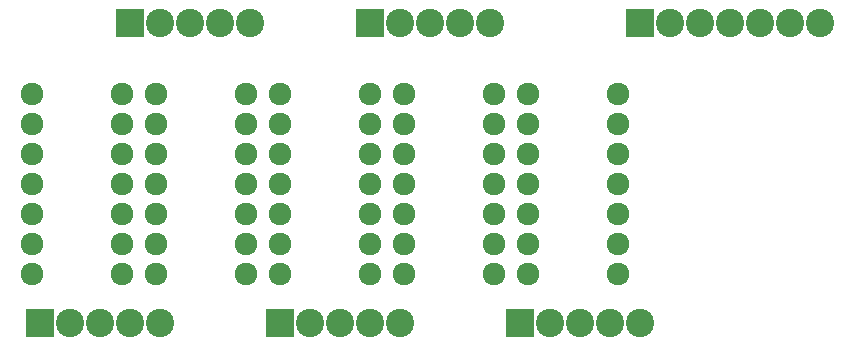
<source format=gbr>
G04 #@! TF.FileFunction,Soldermask,Bot*
%FSLAX46Y46*%
G04 Gerber Fmt 4.6, Leading zero omitted, Abs format (unit mm)*
G04 Created by KiCad (PCBNEW 4.0.2+dfsg1-stable) date Pi  1. marec 2019, 16:05:38 CET*
%MOMM*%
G01*
G04 APERTURE LIST*
%ADD10C,0.100000*%
%ADD11R,2.400000X2.400000*%
%ADD12C,2.400000*%
%ADD13C,1.924000*%
G04 APERTURE END LIST*
D10*
D11*
X142240000Y-73660000D03*
D12*
X144780000Y-73660000D03*
X147320000Y-73660000D03*
X149860000Y-73660000D03*
X152400000Y-73660000D03*
D11*
X162560000Y-73660000D03*
D12*
X165100000Y-73660000D03*
X167640000Y-73660000D03*
X170180000Y-73660000D03*
X172720000Y-73660000D03*
D11*
X182880000Y-73660000D03*
D12*
X185420000Y-73660000D03*
X187960000Y-73660000D03*
X190500000Y-73660000D03*
X193040000Y-73660000D03*
D11*
X193040000Y-48260000D03*
D12*
X195580000Y-48260000D03*
X198120000Y-48260000D03*
X200660000Y-48260000D03*
X203200000Y-48260000D03*
X205740000Y-48260000D03*
X208280000Y-48260000D03*
D13*
X141520000Y-54290000D03*
X141520000Y-56830000D03*
X141520000Y-59370000D03*
X141520000Y-61910000D03*
X141520000Y-64450000D03*
X141520000Y-66990000D03*
X149140000Y-66990000D03*
X149140000Y-64450000D03*
X149140000Y-61910000D03*
X149140000Y-59370000D03*
X149140000Y-56830000D03*
X149140000Y-54290000D03*
X141520000Y-69530000D03*
X149140000Y-69530000D03*
X152020000Y-54290000D03*
X152020000Y-56830000D03*
X152020000Y-59370000D03*
X152020000Y-61910000D03*
X152020000Y-64450000D03*
X152020000Y-66990000D03*
X159640000Y-66990000D03*
X159640000Y-64450000D03*
X159640000Y-61910000D03*
X159640000Y-59370000D03*
X159640000Y-56830000D03*
X159640000Y-54290000D03*
X152020000Y-69530000D03*
X159640000Y-69530000D03*
X162520000Y-54290000D03*
X162520000Y-56830000D03*
X162520000Y-59370000D03*
X162520000Y-61910000D03*
X162520000Y-64450000D03*
X162520000Y-66990000D03*
X170140000Y-66990000D03*
X170140000Y-64450000D03*
X170140000Y-61910000D03*
X170140000Y-59370000D03*
X170140000Y-56830000D03*
X170140000Y-54290000D03*
X162520000Y-69530000D03*
X170140000Y-69530000D03*
X173020000Y-54290000D03*
X173020000Y-56830000D03*
X173020000Y-59370000D03*
X173020000Y-61910000D03*
X173020000Y-64450000D03*
X173020000Y-66990000D03*
X180640000Y-66990000D03*
X180640000Y-64450000D03*
X180640000Y-61910000D03*
X180640000Y-59370000D03*
X180640000Y-56830000D03*
X180640000Y-54290000D03*
X173020000Y-69530000D03*
X180640000Y-69530000D03*
X183520000Y-54290000D03*
X183520000Y-56830000D03*
X183520000Y-59370000D03*
X183520000Y-61910000D03*
X183520000Y-64450000D03*
X183520000Y-66990000D03*
X191140000Y-66990000D03*
X191140000Y-64450000D03*
X191140000Y-61910000D03*
X191140000Y-59370000D03*
X191140000Y-56830000D03*
X191140000Y-54290000D03*
X183520000Y-69530000D03*
X191140000Y-69530000D03*
D11*
X149860000Y-48260000D03*
D12*
X152400000Y-48260000D03*
X154940000Y-48260000D03*
X157480000Y-48260000D03*
X160020000Y-48260000D03*
D11*
X170180000Y-48260000D03*
D12*
X172720000Y-48260000D03*
X175260000Y-48260000D03*
X177800000Y-48260000D03*
X180340000Y-48260000D03*
M02*

</source>
